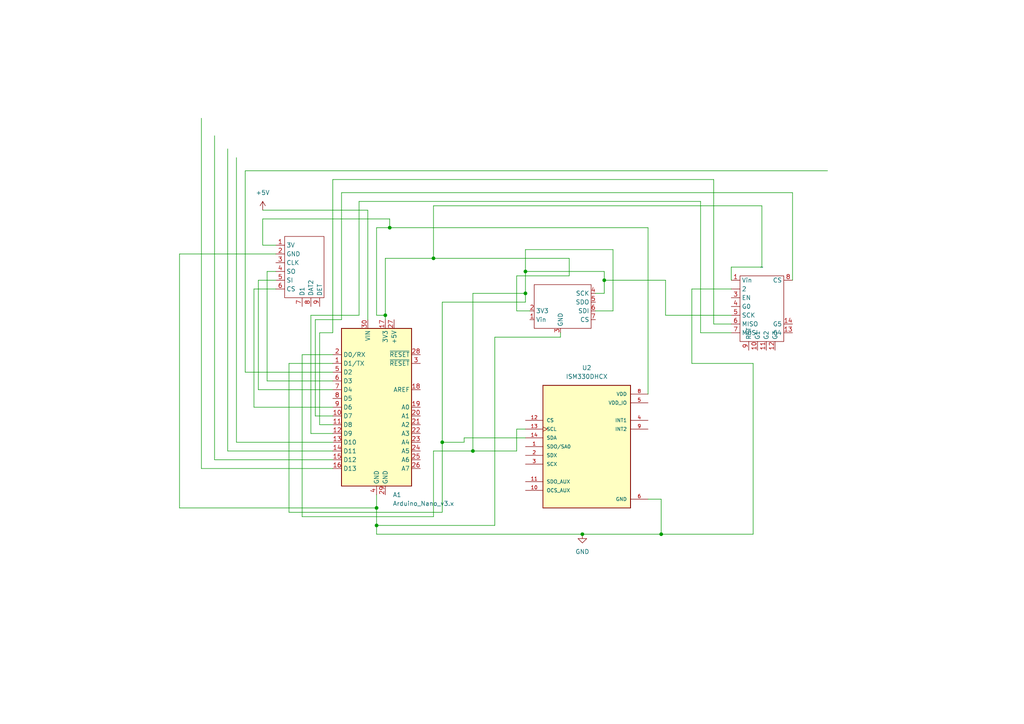
<source format=kicad_sch>
(kicad_sch
	(version 20250114)
	(generator "eeschema")
	(generator_version "9.0")
	(uuid "6e386f3a-e716-457a-9104-7285d3f08309")
	(paper "A4")
	(lib_symbols
		(symbol "Avionics:DPS310"
			(exclude_from_sim no)
			(in_bom yes)
			(on_board yes)
			(property "Reference" "U"
				(at -3.81 -3.81 0)
				(effects
					(font
						(size 1.27 1.27)
					)
					(hide yes)
				)
			)
			(property "Value" ""
				(at 0 0 0)
				(effects
					(font
						(size 1.27 1.27)
					)
				)
			)
			(property "Footprint" ""
				(at 0 0 0)
				(effects
					(font
						(size 1.27 1.27)
					)
					(hide yes)
				)
			)
			(property "Datasheet" ""
				(at 0 0 0)
				(effects
					(font
						(size 1.27 1.27)
					)
					(hide yes)
				)
			)
			(property "Description" ""
				(at 0 0 0)
				(effects
					(font
						(size 1.27 1.27)
					)
					(hide yes)
				)
			)
			(symbol "DPS310_0_1"
				(rectangle
					(start -7.62 6.35)
					(end 8.89 -6.35)
					(stroke
						(width 0)
						(type default)
					)
					(fill
						(type none)
					)
				)
			)
			(symbol "DPS310_1_1"
				(pin input line
					(at -8.89 -1.27 0)
					(length 1.27)
					(name "3V3"
						(effects
							(font
								(size 1.27 1.27)
							)
						)
					)
					(number "2"
						(effects
							(font
								(size 1.27 1.27)
							)
						)
					)
				)
				(pin input line
					(at -8.89 -3.81 0)
					(length 1.27)
					(name "Vin"
						(effects
							(font
								(size 1.27 1.27)
							)
						)
					)
					(number "1"
						(effects
							(font
								(size 1.27 1.27)
							)
						)
					)
				)
				(pin input line
					(at 0 -7.62 90)
					(length 1.27)
					(name "GND"
						(effects
							(font
								(size 1.27 1.27)
							)
						)
					)
					(number "3"
						(effects
							(font
								(size 1.27 1.27)
							)
						)
					)
				)
				(pin input line
					(at 10.16 3.81 180)
					(length 1.27)
					(name "SCK"
						(effects
							(font
								(size 1.27 1.27)
							)
						)
					)
					(number "4"
						(effects
							(font
								(size 1.27 1.27)
							)
						)
					)
				)
				(pin input line
					(at 10.16 1.27 180)
					(length 1.27)
					(name "SDO"
						(effects
							(font
								(size 1.27 1.27)
							)
						)
					)
					(number "5"
						(effects
							(font
								(size 1.27 1.27)
							)
						)
					)
				)
				(pin input line
					(at 10.16 -1.27 180)
					(length 1.27)
					(name "SDI"
						(effects
							(font
								(size 1.27 1.27)
							)
						)
					)
					(number "6"
						(effects
							(font
								(size 1.27 1.27)
							)
						)
					)
				)
				(pin input line
					(at 10.16 -3.81 180)
					(length 1.27)
					(name "CS"
						(effects
							(font
								(size 1.27 1.27)
							)
						)
					)
					(number "7"
						(effects
							(font
								(size 1.27 1.27)
							)
						)
					)
				)
			)
			(embedded_fonts no)
		)
		(symbol "Avionics:MicroSD"
			(exclude_from_sim no)
			(in_bom yes)
			(on_board yes)
			(property "Reference" "U"
				(at 0 1.27 0)
				(effects
					(font
						(size 1.27 1.27)
					)
					(hide yes)
				)
			)
			(property "Value" ""
				(at 0 0 0)
				(effects
					(font
						(size 1.27 1.27)
					)
				)
			)
			(property "Footprint" ""
				(at 0 0 0)
				(effects
					(font
						(size 1.27 1.27)
					)
					(hide yes)
				)
			)
			(property "Datasheet" ""
				(at 0 0 0)
				(effects
					(font
						(size 1.27 1.27)
					)
					(hide yes)
				)
			)
			(property "Description" ""
				(at 0 0 0)
				(effects
					(font
						(size 1.27 1.27)
					)
					(hide yes)
				)
			)
			(symbol "MicroSD_0_1"
				(rectangle
					(start -2.54 11.43)
					(end 8.89 -6.35)
					(stroke
						(width 0)
						(type default)
					)
					(fill
						(type none)
					)
				)
			)
			(symbol "MicroSD_1_1"
				(pin input line
					(at -5.08 8.89 0)
					(length 2.54)
					(name "3V"
						(effects
							(font
								(size 1.27 1.27)
							)
						)
					)
					(number "1"
						(effects
							(font
								(size 1.27 1.27)
							)
						)
					)
				)
				(pin input line
					(at -5.08 6.35 0)
					(length 2.54)
					(name "GND"
						(effects
							(font
								(size 1.27 1.27)
							)
						)
					)
					(number "2"
						(effects
							(font
								(size 1.27 1.27)
							)
						)
					)
				)
				(pin input line
					(at -5.08 3.81 0)
					(length 2.54)
					(name "CLK"
						(effects
							(font
								(size 1.27 1.27)
							)
						)
					)
					(number "3"
						(effects
							(font
								(size 1.27 1.27)
							)
						)
					)
				)
				(pin input line
					(at -5.08 1.27 0)
					(length 2.54)
					(name "SO"
						(effects
							(font
								(size 1.27 1.27)
							)
						)
					)
					(number "4"
						(effects
							(font
								(size 1.27 1.27)
							)
						)
					)
				)
				(pin input line
					(at -5.08 -1.27 0)
					(length 2.54)
					(name "SI"
						(effects
							(font
								(size 1.27 1.27)
							)
						)
					)
					(number "5"
						(effects
							(font
								(size 1.27 1.27)
							)
						)
					)
				)
				(pin input line
					(at -5.08 -3.81 0)
					(length 2.54)
					(name "CS"
						(effects
							(font
								(size 1.27 1.27)
							)
						)
					)
					(number "6"
						(effects
							(font
								(size 1.27 1.27)
							)
						)
					)
				)
				(pin unspecified line
					(at 2.54 -8.89 90)
					(length 2.54)
					(name "D1"
						(effects
							(font
								(size 1.27 1.27)
							)
						)
					)
					(number "7"
						(effects
							(font
								(size 1.27 1.27)
							)
						)
					)
				)
				(pin unspecified line
					(at 5.08 -8.89 90)
					(length 2.54)
					(name "DAT2"
						(effects
							(font
								(size 1.27 1.27)
							)
						)
					)
					(number "8"
						(effects
							(font
								(size 1.27 1.27)
							)
						)
					)
				)
				(pin unspecified line
					(at 7.62 -8.89 90)
					(length 2.54)
					(name "DET"
						(effects
							(font
								(size 1.27 1.27)
							)
						)
					)
					(number "9"
						(effects
							(font
								(size 1.27 1.27)
							)
						)
					)
				)
			)
			(embedded_fonts no)
		)
		(symbol "Avionics:RFM69HCW_Adafruit"
			(exclude_from_sim no)
			(in_bom yes)
			(on_board yes)
			(property "Reference" "U"
				(at -2.54 5.08 0)
				(effects
					(font
						(size 1.27 1.27)
					)
					(hide yes)
				)
			)
			(property "Value" ""
				(at 0 0 0)
				(effects
					(font
						(size 1.27 1.27)
					)
				)
			)
			(property "Footprint" ""
				(at 0 0 0)
				(effects
					(font
						(size 1.27 1.27)
					)
					(hide yes)
				)
			)
			(property "Datasheet" ""
				(at 0 0 0)
				(effects
					(font
						(size 1.27 1.27)
					)
					(hide yes)
				)
			)
			(property "Description" ""
				(at 0 0 0)
				(effects
					(font
						(size 1.27 1.27)
					)
					(hide yes)
				)
			)
			(symbol "RFM69HCW_Adafruit_0_1"
				(rectangle
					(start -6.35 10.16)
					(end 6.35 -8.89)
					(stroke
						(width 0)
						(type default)
					)
					(fill
						(type none)
					)
				)
			)
			(symbol "RFM69HCW_Adafruit_1_1"
				(pin input line
					(at -8.89 8.89 0)
					(length 2.54)
					(name "Vin"
						(effects
							(font
								(size 1.27 1.27)
							)
						)
					)
					(number "1"
						(effects
							(font
								(size 1.27 1.27)
							)
						)
					)
				)
				(pin output line
					(at -8.89 6.35 0)
					(length 2.54)
					(name "2"
						(effects
							(font
								(size 1.27 1.27)
							)
						)
					)
					(number ""
						(effects
							(font
								(size 1.27 1.27)
							)
						)
					)
				)
				(pin bidirectional line
					(at -8.89 3.81 0)
					(length 2.54)
					(name "EN"
						(effects
							(font
								(size 1.27 1.27)
							)
						)
					)
					(number "3"
						(effects
							(font
								(size 1.27 1.27)
							)
						)
					)
				)
				(pin input line
					(at -8.89 1.27 0)
					(length 2.54)
					(name "G0"
						(effects
							(font
								(size 1.27 1.27)
							)
						)
					)
					(number "4"
						(effects
							(font
								(size 1.27 1.27)
							)
						)
					)
				)
				(pin input line
					(at -8.89 -1.27 0)
					(length 2.54)
					(name "SCK"
						(effects
							(font
								(size 1.27 1.27)
							)
						)
					)
					(number "5"
						(effects
							(font
								(size 1.27 1.27)
							)
						)
					)
				)
				(pin input line
					(at -8.89 -3.81 0)
					(length 2.54)
					(name "MISO"
						(effects
							(font
								(size 1.27 1.27)
							)
						)
					)
					(number "6"
						(effects
							(font
								(size 1.27 1.27)
							)
						)
					)
				)
				(pin input line
					(at -8.89 -6.35 0)
					(length 2.54)
					(name "MOSI"
						(effects
							(font
								(size 1.27 1.27)
							)
						)
					)
					(number "7"
						(effects
							(font
								(size 1.27 1.27)
							)
						)
					)
				)
				(pin input line
					(at -3.81 -11.43 90)
					(length 2.54)
					(name "RST"
						(effects
							(font
								(size 1.27 1.27)
							)
						)
					)
					(number "9"
						(effects
							(font
								(size 1.27 1.27)
							)
						)
					)
				)
				(pin input line
					(at -1.27 -11.43 90)
					(length 2.54)
					(name "G1"
						(effects
							(font
								(size 1.27 1.27)
							)
						)
					)
					(number "10"
						(effects
							(font
								(size 1.27 1.27)
							)
						)
					)
				)
				(pin input line
					(at 1.27 -11.43 90)
					(length 2.54)
					(name "G2"
						(effects
							(font
								(size 1.27 1.27)
							)
						)
					)
					(number "11"
						(effects
							(font
								(size 1.27 1.27)
							)
						)
					)
				)
				(pin input line
					(at 3.81 -11.43 90)
					(length 2.54)
					(name "G3"
						(effects
							(font
								(size 1.27 1.27)
							)
						)
					)
					(number "12"
						(effects
							(font
								(size 1.27 1.27)
							)
						)
					)
				)
				(pin input line
					(at 8.89 8.89 180)
					(length 2.54)
					(name "CS"
						(effects
							(font
								(size 1.27 1.27)
							)
						)
					)
					(number "8"
						(effects
							(font
								(size 1.27 1.27)
							)
						)
					)
				)
				(pin input line
					(at 8.89 -3.81 180)
					(length 2.54)
					(name "G5"
						(effects
							(font
								(size 1.27 1.27)
							)
						)
					)
					(number "14"
						(effects
							(font
								(size 1.27 1.27)
							)
						)
					)
				)
				(pin input line
					(at 8.89 -6.35 180)
					(length 2.54)
					(name "G4"
						(effects
							(font
								(size 1.27 1.27)
							)
						)
					)
					(number "13"
						(effects
							(font
								(size 1.27 1.27)
							)
						)
					)
				)
			)
			(embedded_fonts no)
		)
		(symbol "ISM330DHCX:ISM330DHCX"
			(pin_names
				(offset 1.016)
			)
			(exclude_from_sim no)
			(in_bom yes)
			(on_board yes)
			(property "Reference" "U"
				(at -12.7 17.78 0)
				(effects
					(font
						(size 1.27 1.27)
					)
					(justify left bottom)
				)
			)
			(property "Value" "ISM330DHCX"
				(at -12.7 -20.32 0)
				(effects
					(font
						(size 1.27 1.27)
					)
					(justify left bottom)
				)
			)
			(property "Footprint" "ISM330DHCX:PQFN50P250X300X86-14N"
				(at 0 0 0)
				(effects
					(font
						(size 1.27 1.27)
					)
					(justify bottom)
					(hide yes)
				)
			)
			(property "Datasheet" ""
				(at 0 0 0)
				(effects
					(font
						(size 1.27 1.27)
					)
					(hide yes)
				)
			)
			(property "Description" ""
				(at 0 0 0)
				(effects
					(font
						(size 1.27 1.27)
					)
					(hide yes)
				)
			)
			(property "MF" "STMicroelectronics"
				(at 0 0 0)
				(effects
					(font
						(size 1.27 1.27)
					)
					(justify bottom)
					(hide yes)
				)
			)
			(property "MAXIMUM_PACKAGE_HEIGHT" "0.86 mm"
				(at 0 0 0)
				(effects
					(font
						(size 1.27 1.27)
					)
					(justify bottom)
					(hide yes)
				)
			)
			(property "Package" "VFLGA-14 STMicroelectronics"
				(at 0 0 0)
				(effects
					(font
						(size 1.27 1.27)
					)
					(justify bottom)
					(hide yes)
				)
			)
			(property "Price" "None"
				(at 0 0 0)
				(effects
					(font
						(size 1.27 1.27)
					)
					(justify bottom)
					(hide yes)
				)
			)
			(property "Check_prices" "https://www.snapeda.com/parts/ISM330DHCX/STMicroelectronics/view-part/?ref=eda"
				(at 0 0 0)
				(effects
					(font
						(size 1.27 1.27)
					)
					(justify bottom)
					(hide yes)
				)
			)
			(property "STANDARD" "IPC 7351B"
				(at 0 0 0)
				(effects
					(font
						(size 1.27 1.27)
					)
					(justify bottom)
					(hide yes)
				)
			)
			(property "PARTREV" "7"
				(at 0 0 0)
				(effects
					(font
						(size 1.27 1.27)
					)
					(justify bottom)
					(hide yes)
				)
			)
			(property "SnapEDA_Link" "https://www.snapeda.com/parts/ISM330DHCX/STMicroelectronics/view-part/?ref=snap"
				(at 0 0 0)
				(effects
					(font
						(size 1.27 1.27)
					)
					(justify bottom)
					(hide yes)
				)
			)
			(property "MP" "ISM330DHCX"
				(at 0 0 0)
				(effects
					(font
						(size 1.27 1.27)
					)
					(justify bottom)
					(hide yes)
				)
			)
			(property "Description_1" "Accelerometer, Gyroscope, Temperature, 6 Axis Sensor I²C, SPI Output"
				(at 0 0 0)
				(effects
					(font
						(size 1.27 1.27)
					)
					(justify bottom)
					(hide yes)
				)
			)
			(property "Availability" "Not in stock"
				(at 0 0 0)
				(effects
					(font
						(size 1.27 1.27)
					)
					(justify bottom)
					(hide yes)
				)
			)
			(property "MANUFACTURER" "ST Microelectronics"
				(at 0 0 0)
				(effects
					(font
						(size 1.27 1.27)
					)
					(justify bottom)
					(hide yes)
				)
			)
			(symbol "ISM330DHCX_0_0"
				(rectangle
					(start -12.7 -17.78)
					(end 12.7 17.78)
					(stroke
						(width 0.254)
						(type default)
					)
					(fill
						(type background)
					)
				)
				(pin input line
					(at -17.78 7.62 0)
					(length 5.08)
					(name "CS"
						(effects
							(font
								(size 1.016 1.016)
							)
						)
					)
					(number "12"
						(effects
							(font
								(size 1.016 1.016)
							)
						)
					)
				)
				(pin input clock
					(at -17.78 5.08 0)
					(length 5.08)
					(name "SCL"
						(effects
							(font
								(size 1.016 1.016)
							)
						)
					)
					(number "13"
						(effects
							(font
								(size 1.016 1.016)
							)
						)
					)
				)
				(pin bidirectional line
					(at -17.78 2.54 0)
					(length 5.08)
					(name "SDA"
						(effects
							(font
								(size 1.016 1.016)
							)
						)
					)
					(number "14"
						(effects
							(font
								(size 1.016 1.016)
							)
						)
					)
				)
				(pin bidirectional line
					(at -17.78 0 0)
					(length 5.08)
					(name "SDO/SA0"
						(effects
							(font
								(size 1.016 1.016)
							)
						)
					)
					(number "1"
						(effects
							(font
								(size 1.016 1.016)
							)
						)
					)
				)
				(pin bidirectional line
					(at -17.78 -2.54 0)
					(length 5.08)
					(name "SDX"
						(effects
							(font
								(size 1.016 1.016)
							)
						)
					)
					(number "2"
						(effects
							(font
								(size 1.016 1.016)
							)
						)
					)
				)
				(pin bidirectional line
					(at -17.78 -5.08 0)
					(length 5.08)
					(name "SCX"
						(effects
							(font
								(size 1.016 1.016)
							)
						)
					)
					(number "3"
						(effects
							(font
								(size 1.016 1.016)
							)
						)
					)
				)
				(pin bidirectional line
					(at -17.78 -10.16 0)
					(length 5.08)
					(name "SDO_AUX"
						(effects
							(font
								(size 1.016 1.016)
							)
						)
					)
					(number "11"
						(effects
							(font
								(size 1.016 1.016)
							)
						)
					)
				)
				(pin bidirectional line
					(at -17.78 -12.7 0)
					(length 5.08)
					(name "OCS_AUX"
						(effects
							(font
								(size 1.016 1.016)
							)
						)
					)
					(number "10"
						(effects
							(font
								(size 1.016 1.016)
							)
						)
					)
				)
				(pin power_in line
					(at 17.78 15.24 180)
					(length 5.08)
					(name "VDD"
						(effects
							(font
								(size 1.016 1.016)
							)
						)
					)
					(number "8"
						(effects
							(font
								(size 1.016 1.016)
							)
						)
					)
				)
				(pin power_in line
					(at 17.78 12.7 180)
					(length 5.08)
					(name "VDD_IO"
						(effects
							(font
								(size 1.016 1.016)
							)
						)
					)
					(number "5"
						(effects
							(font
								(size 1.016 1.016)
							)
						)
					)
				)
				(pin output line
					(at 17.78 7.62 180)
					(length 5.08)
					(name "INT1"
						(effects
							(font
								(size 1.016 1.016)
							)
						)
					)
					(number "4"
						(effects
							(font
								(size 1.016 1.016)
							)
						)
					)
				)
				(pin output line
					(at 17.78 5.08 180)
					(length 5.08)
					(name "INT2"
						(effects
							(font
								(size 1.016 1.016)
							)
						)
					)
					(number "9"
						(effects
							(font
								(size 1.016 1.016)
							)
						)
					)
				)
				(pin power_in line
					(at 17.78 -15.24 180)
					(length 5.08)
					(name "GND"
						(effects
							(font
								(size 1.016 1.016)
							)
						)
					)
					(number "6"
						(effects
							(font
								(size 1.016 1.016)
							)
						)
					)
				)
				(pin power_in line
					(at 17.78 -15.24 180)
					(length 5.08)
					(hide yes)
					(name "GND"
						(effects
							(font
								(size 1.016 1.016)
							)
						)
					)
					(number "7"
						(effects
							(font
								(size 1.016 1.016)
							)
						)
					)
				)
			)
			(embedded_fonts no)
		)
		(symbol "MCU_Module:Arduino_Nano_v3.x"
			(exclude_from_sim no)
			(in_bom yes)
			(on_board yes)
			(property "Reference" "A"
				(at -10.16 23.495 0)
				(effects
					(font
						(size 1.27 1.27)
					)
					(justify left bottom)
				)
			)
			(property "Value" "Arduino_Nano_v3.x"
				(at 5.08 -24.13 0)
				(effects
					(font
						(size 1.27 1.27)
					)
					(justify left top)
				)
			)
			(property "Footprint" "Module:Arduino_Nano"
				(at 0 0 0)
				(effects
					(font
						(size 1.27 1.27)
						(italic yes)
					)
					(hide yes)
				)
			)
			(property "Datasheet" "http://www.mouser.com/pdfdocs/Gravitech_Arduino_Nano3_0.pdf"
				(at 0 0 0)
				(effects
					(font
						(size 1.27 1.27)
					)
					(hide yes)
				)
			)
			(property "Description" "Arduino Nano v3.x"
				(at 0 0 0)
				(effects
					(font
						(size 1.27 1.27)
					)
					(hide yes)
				)
			)
			(property "ki_keywords" "Arduino nano microcontroller module USB"
				(at 0 0 0)
				(effects
					(font
						(size 1.27 1.27)
					)
					(hide yes)
				)
			)
			(property "ki_fp_filters" "Arduino*Nano*"
				(at 0 0 0)
				(effects
					(font
						(size 1.27 1.27)
					)
					(hide yes)
				)
			)
			(symbol "Arduino_Nano_v3.x_0_1"
				(rectangle
					(start -10.16 22.86)
					(end 10.16 -22.86)
					(stroke
						(width 0.254)
						(type default)
					)
					(fill
						(type background)
					)
				)
			)
			(symbol "Arduino_Nano_v3.x_1_1"
				(pin bidirectional line
					(at -12.7 15.24 0)
					(length 2.54)
					(name "D0/RX"
						(effects
							(font
								(size 1.27 1.27)
							)
						)
					)
					(number "2"
						(effects
							(font
								(size 1.27 1.27)
							)
						)
					)
				)
				(pin bidirectional line
					(at -12.7 12.7 0)
					(length 2.54)
					(name "D1/TX"
						(effects
							(font
								(size 1.27 1.27)
							)
						)
					)
					(number "1"
						(effects
							(font
								(size 1.27 1.27)
							)
						)
					)
				)
				(pin bidirectional line
					(at -12.7 10.16 0)
					(length 2.54)
					(name "D2"
						(effects
							(font
								(size 1.27 1.27)
							)
						)
					)
					(number "5"
						(effects
							(font
								(size 1.27 1.27)
							)
						)
					)
				)
				(pin bidirectional line
					(at -12.7 7.62 0)
					(length 2.54)
					(name "D3"
						(effects
							(font
								(size 1.27 1.27)
							)
						)
					)
					(number "6"
						(effects
							(font
								(size 1.27 1.27)
							)
						)
					)
				)
				(pin bidirectional line
					(at -12.7 5.08 0)
					(length 2.54)
					(name "D4"
						(effects
							(font
								(size 1.27 1.27)
							)
						)
					)
					(number "7"
						(effects
							(font
								(size 1.27 1.27)
							)
						)
					)
				)
				(pin bidirectional line
					(at -12.7 2.54 0)
					(length 2.54)
					(name "D5"
						(effects
							(font
								(size 1.27 1.27)
							)
						)
					)
					(number "8"
						(effects
							(font
								(size 1.27 1.27)
							)
						)
					)
				)
				(pin bidirectional line
					(at -12.7 0 0)
					(length 2.54)
					(name "D6"
						(effects
							(font
								(size 1.27 1.27)
							)
						)
					)
					(number "9"
						(effects
							(font
								(size 1.27 1.27)
							)
						)
					)
				)
				(pin bidirectional line
					(at -12.7 -2.54 0)
					(length 2.54)
					(name "D7"
						(effects
							(font
								(size 1.27 1.27)
							)
						)
					)
					(number "10"
						(effects
							(font
								(size 1.27 1.27)
							)
						)
					)
				)
				(pin bidirectional line
					(at -12.7 -5.08 0)
					(length 2.54)
					(name "D8"
						(effects
							(font
								(size 1.27 1.27)
							)
						)
					)
					(number "11"
						(effects
							(font
								(size 1.27 1.27)
							)
						)
					)
				)
				(pin bidirectional line
					(at -12.7 -7.62 0)
					(length 2.54)
					(name "D9"
						(effects
							(font
								(size 1.27 1.27)
							)
						)
					)
					(number "12"
						(effects
							(font
								(size 1.27 1.27)
							)
						)
					)
				)
				(pin bidirectional line
					(at -12.7 -10.16 0)
					(length 2.54)
					(name "D10"
						(effects
							(font
								(size 1.27 1.27)
							)
						)
					)
					(number "13"
						(effects
							(font
								(size 1.27 1.27)
							)
						)
					)
				)
				(pin bidirectional line
					(at -12.7 -12.7 0)
					(length 2.54)
					(name "D11"
						(effects
							(font
								(size 1.27 1.27)
							)
						)
					)
					(number "14"
						(effects
							(font
								(size 1.27 1.27)
							)
						)
					)
				)
				(pin bidirectional line
					(at -12.7 -15.24 0)
					(length 2.54)
					(name "D12"
						(effects
							(font
								(size 1.27 1.27)
							)
						)
					)
					(number "15"
						(effects
							(font
								(size 1.27 1.27)
							)
						)
					)
				)
				(pin bidirectional line
					(at -12.7 -17.78 0)
					(length 2.54)
					(name "D13"
						(effects
							(font
								(size 1.27 1.27)
							)
						)
					)
					(number "16"
						(effects
							(font
								(size 1.27 1.27)
							)
						)
					)
				)
				(pin power_in line
					(at -2.54 25.4 270)
					(length 2.54)
					(name "VIN"
						(effects
							(font
								(size 1.27 1.27)
							)
						)
					)
					(number "30"
						(effects
							(font
								(size 1.27 1.27)
							)
						)
					)
				)
				(pin power_in line
					(at 0 -25.4 90)
					(length 2.54)
					(name "GND"
						(effects
							(font
								(size 1.27 1.27)
							)
						)
					)
					(number "4"
						(effects
							(font
								(size 1.27 1.27)
							)
						)
					)
				)
				(pin power_out line
					(at 2.54 25.4 270)
					(length 2.54)
					(name "3V3"
						(effects
							(font
								(size 1.27 1.27)
							)
						)
					)
					(number "17"
						(effects
							(font
								(size 1.27 1.27)
							)
						)
					)
				)
				(pin power_in line
					(at 2.54 -25.4 90)
					(length 2.54)
					(name "GND"
						(effects
							(font
								(size 1.27 1.27)
							)
						)
					)
					(number "29"
						(effects
							(font
								(size 1.27 1.27)
							)
						)
					)
				)
				(pin power_out line
					(at 5.08 25.4 270)
					(length 2.54)
					(name "+5V"
						(effects
							(font
								(size 1.27 1.27)
							)
						)
					)
					(number "27"
						(effects
							(font
								(size 1.27 1.27)
							)
						)
					)
				)
				(pin input line
					(at 12.7 15.24 180)
					(length 2.54)
					(name "~{RESET}"
						(effects
							(font
								(size 1.27 1.27)
							)
						)
					)
					(number "28"
						(effects
							(font
								(size 1.27 1.27)
							)
						)
					)
				)
				(pin input line
					(at 12.7 12.7 180)
					(length 2.54)
					(name "~{RESET}"
						(effects
							(font
								(size 1.27 1.27)
							)
						)
					)
					(number "3"
						(effects
							(font
								(size 1.27 1.27)
							)
						)
					)
				)
				(pin input line
					(at 12.7 5.08 180)
					(length 2.54)
					(name "AREF"
						(effects
							(font
								(size 1.27 1.27)
							)
						)
					)
					(number "18"
						(effects
							(font
								(size 1.27 1.27)
							)
						)
					)
				)
				(pin bidirectional line
					(at 12.7 0 180)
					(length 2.54)
					(name "A0"
						(effects
							(font
								(size 1.27 1.27)
							)
						)
					)
					(number "19"
						(effects
							(font
								(size 1.27 1.27)
							)
						)
					)
				)
				(pin bidirectional line
					(at 12.7 -2.54 180)
					(length 2.54)
					(name "A1"
						(effects
							(font
								(size 1.27 1.27)
							)
						)
					)
					(number "20"
						(effects
							(font
								(size 1.27 1.27)
							)
						)
					)
				)
				(pin bidirectional line
					(at 12.7 -5.08 180)
					(length 2.54)
					(name "A2"
						(effects
							(font
								(size 1.27 1.27)
							)
						)
					)
					(number "21"
						(effects
							(font
								(size 1.27 1.27)
							)
						)
					)
				)
				(pin bidirectional line
					(at 12.7 -7.62 180)
					(length 2.54)
					(name "A3"
						(effects
							(font
								(size 1.27 1.27)
							)
						)
					)
					(number "22"
						(effects
							(font
								(size 1.27 1.27)
							)
						)
					)
				)
				(pin bidirectional line
					(at 12.7 -10.16 180)
					(length 2.54)
					(name "A4"
						(effects
							(font
								(size 1.27 1.27)
							)
						)
					)
					(number "23"
						(effects
							(font
								(size 1.27 1.27)
							)
						)
					)
				)
				(pin bidirectional line
					(at 12.7 -12.7 180)
					(length 2.54)
					(name "A5"
						(effects
							(font
								(size 1.27 1.27)
							)
						)
					)
					(number "24"
						(effects
							(font
								(size 1.27 1.27)
							)
						)
					)
				)
				(pin bidirectional line
					(at 12.7 -15.24 180)
					(length 2.54)
					(name "A6"
						(effects
							(font
								(size 1.27 1.27)
							)
						)
					)
					(number "25"
						(effects
							(font
								(size 1.27 1.27)
							)
						)
					)
				)
				(pin bidirectional line
					(at 12.7 -17.78 180)
					(length 2.54)
					(name "A7"
						(effects
							(font
								(size 1.27 1.27)
							)
						)
					)
					(number "26"
						(effects
							(font
								(size 1.27 1.27)
							)
						)
					)
				)
			)
			(embedded_fonts no)
		)
		(symbol "power:+5V"
			(power)
			(pin_numbers
				(hide yes)
			)
			(pin_names
				(offset 0)
				(hide yes)
			)
			(exclude_from_sim no)
			(in_bom yes)
			(on_board yes)
			(property "Reference" "#PWR"
				(at 0 -3.81 0)
				(effects
					(font
						(size 1.27 1.27)
					)
					(hide yes)
				)
			)
			(property "Value" "+5V"
				(at 0 3.556 0)
				(effects
					(font
						(size 1.27 1.27)
					)
				)
			)
			(property "Footprint" ""
				(at 0 0 0)
				(effects
					(font
						(size 1.27 1.27)
					)
					(hide yes)
				)
			)
			(property "Datasheet" ""
				(at 0 0 0)
				(effects
					(font
						(size 1.27 1.27)
					)
					(hide yes)
				)
			)
			(property "Description" "Power symbol creates a global label with name \"+5V\""
				(at 0 0 0)
				(effects
					(font
						(size 1.27 1.27)
					)
					(hide yes)
				)
			)
			(property "ki_keywords" "global power"
				(at 0 0 0)
				(effects
					(font
						(size 1.27 1.27)
					)
					(hide yes)
				)
			)
			(symbol "+5V_0_1"
				(polyline
					(pts
						(xy -0.762 1.27) (xy 0 2.54)
					)
					(stroke
						(width 0)
						(type default)
					)
					(fill
						(type none)
					)
				)
				(polyline
					(pts
						(xy 0 2.54) (xy 0.762 1.27)
					)
					(stroke
						(width 0)
						(type default)
					)
					(fill
						(type none)
					)
				)
				(polyline
					(pts
						(xy 0 0) (xy 0 2.54)
					)
					(stroke
						(width 0)
						(type default)
					)
					(fill
						(type none)
					)
				)
			)
			(symbol "+5V_1_1"
				(pin power_in line
					(at 0 0 90)
					(length 0)
					(name "~"
						(effects
							(font
								(size 1.27 1.27)
							)
						)
					)
					(number "1"
						(effects
							(font
								(size 1.27 1.27)
							)
						)
					)
				)
			)
			(embedded_fonts no)
		)
		(symbol "power:GND"
			(power)
			(pin_numbers
				(hide yes)
			)
			(pin_names
				(offset 0)
				(hide yes)
			)
			(exclude_from_sim no)
			(in_bom yes)
			(on_board yes)
			(property "Reference" "#PWR"
				(at 0 -6.35 0)
				(effects
					(font
						(size 1.27 1.27)
					)
					(hide yes)
				)
			)
			(property "Value" "GND"
				(at 0 -3.81 0)
				(effects
					(font
						(size 1.27 1.27)
					)
				)
			)
			(property "Footprint" ""
				(at 0 0 0)
				(effects
					(font
						(size 1.27 1.27)
					)
					(hide yes)
				)
			)
			(property "Datasheet" ""
				(at 0 0 0)
				(effects
					(font
						(size 1.27 1.27)
					)
					(hide yes)
				)
			)
			(property "Description" "Power symbol creates a global label with name \"GND\" , ground"
				(at 0 0 0)
				(effects
					(font
						(size 1.27 1.27)
					)
					(hide yes)
				)
			)
			(property "ki_keywords" "global power"
				(at 0 0 0)
				(effects
					(font
						(size 1.27 1.27)
					)
					(hide yes)
				)
			)
			(symbol "GND_0_1"
				(polyline
					(pts
						(xy 0 0) (xy 0 -1.27) (xy 1.27 -1.27) (xy 0 -2.54) (xy -1.27 -1.27) (xy 0 -1.27)
					)
					(stroke
						(width 0)
						(type default)
					)
					(fill
						(type none)
					)
				)
			)
			(symbol "GND_1_1"
				(pin power_in line
					(at 0 0 270)
					(length 0)
					(name "~"
						(effects
							(font
								(size 1.27 1.27)
							)
						)
					)
					(number "1"
						(effects
							(font
								(size 1.27 1.27)
							)
						)
					)
				)
			)
			(embedded_fonts no)
		)
	)
	(junction
		(at 111.76 91.44)
		(diameter 0)
		(color 0 0 0 0)
		(uuid "09f146ad-121e-44c1-9cc4-5bbe85e2cbba")
	)
	(junction
		(at 113.03 66.04)
		(diameter 0)
		(color 0 0 0 0)
		(uuid "1ef3e974-266c-4b19-acbc-d21658b9ec03")
	)
	(junction
		(at 109.22 147.32)
		(diameter 0)
		(color 0 0 0 0)
		(uuid "2f169722-1e94-4860-a933-2a554ca58df6")
	)
	(junction
		(at 109.22 152.4)
		(diameter 0)
		(color 0 0 0 0)
		(uuid "4508ace0-ab8e-4a67-b09d-a62a09e7139a")
	)
	(junction
		(at 175.26 81.28)
		(diameter 0)
		(color 0 0 0 0)
		(uuid "465a4a62-c092-4328-8702-7f62b46f4a10")
	)
	(junction
		(at 137.16 130.81)
		(diameter 0)
		(color 0 0 0 0)
		(uuid "4a91860e-d0dd-42b7-b48a-f5ca505f40e1")
	)
	(junction
		(at 191.77 154.94)
		(diameter 0)
		(color 0 0 0 0)
		(uuid "6397d960-bfc2-4c07-bf2b-00e2c8564d9d")
	)
	(junction
		(at 152.4 85.09)
		(diameter 0)
		(color 0 0 0 0)
		(uuid "a0781ced-cedc-4a3c-8b19-50f30222e1a5")
	)
	(junction
		(at 128.27 128.27)
		(diameter 0)
		(color 0 0 0 0)
		(uuid "a829cf4c-eee7-40c5-8dd8-67fa4bb18573")
	)
	(junction
		(at 125.73 74.93)
		(diameter 0)
		(color 0 0 0 0)
		(uuid "e9c65ad7-5abc-482f-ae80-111a892d954a")
	)
	(junction
		(at 168.91 154.94)
		(diameter 0)
		(color 0 0 0 0)
		(uuid "f8b36574-5efa-4607-8872-123a8a8a9a57")
	)
	(junction
		(at 152.4 78.74)
		(diameter 0)
		(color 0 0 0 0)
		(uuid "fcb481f6-8a47-4d76-a691-c2aab270edb8")
	)
	(wire
		(pts
			(xy 113.03 66.04) (xy 109.22 66.04)
		)
		(stroke
			(width 0)
			(type default)
		)
		(uuid "013bf745-4128-4373-ad0a-b65195abd93f")
	)
	(wire
		(pts
			(xy 71.12 49.53) (xy 71.12 107.95)
		)
		(stroke
			(width 0)
			(type default)
		)
		(uuid "021b1bb5-4342-4551-9dcb-58924be7a832")
	)
	(wire
		(pts
			(xy 80.01 71.12) (xy 76.2 71.12)
		)
		(stroke
			(width 0)
			(type default)
		)
		(uuid "023523d4-56ee-4e30-a3b9-cf0c16533c44")
	)
	(wire
		(pts
			(xy 143.51 97.79) (xy 143.51 152.4)
		)
		(stroke
			(width 0)
			(type default)
		)
		(uuid "04a11143-125e-4d49-a32f-271964539eec")
	)
	(wire
		(pts
			(xy 203.2 58.42) (xy 104.14 58.42)
		)
		(stroke
			(width 0)
			(type default)
		)
		(uuid "06be10cf-7b7e-4d55-b35e-67235219c2fe")
	)
	(wire
		(pts
			(xy 128.27 87.63) (xy 128.27 128.27)
		)
		(stroke
			(width 0)
			(type default)
		)
		(uuid "0aca88fb-d9d9-489a-a578-a1ee158fcdd7")
	)
	(wire
		(pts
			(xy 187.96 66.04) (xy 113.03 66.04)
		)
		(stroke
			(width 0)
			(type default)
		)
		(uuid "0f8ebbcf-71b3-4e57-a303-6f190c25d096")
	)
	(wire
		(pts
			(xy 90.17 125.73) (xy 96.52 125.73)
		)
		(stroke
			(width 0)
			(type default)
		)
		(uuid "0f9be8ee-3bac-48d0-8e9e-69da38a469aa")
	)
	(wire
		(pts
			(xy 220.98 77.47) (xy 220.98 59.69)
		)
		(stroke
			(width 0)
			(type default)
		)
		(uuid "13bec8ec-ea04-4299-8525-5a08bbe85ecb")
	)
	(wire
		(pts
			(xy 125.73 149.86) (xy 87.63 149.86)
		)
		(stroke
			(width 0)
			(type default)
		)
		(uuid "186e8310-8be5-4b07-9af9-4a86424a66f2")
	)
	(wire
		(pts
			(xy 137.16 130.81) (xy 125.73 130.81)
		)
		(stroke
			(width 0)
			(type default)
		)
		(uuid "1abd0254-142b-4d02-a728-aa4374df0c57")
	)
	(wire
		(pts
			(xy 66.04 130.81) (xy 96.52 130.81)
		)
		(stroke
			(width 0)
			(type default)
		)
		(uuid "1e9cf77b-cb49-4c92-a60c-b37ced89feac")
	)
	(wire
		(pts
			(xy 71.12 107.95) (xy 96.52 107.95)
		)
		(stroke
			(width 0)
			(type default)
		)
		(uuid "20070a2c-22d8-4cfd-86fd-62e9433841ca")
	)
	(wire
		(pts
			(xy 193.04 91.44) (xy 193.04 81.28)
		)
		(stroke
			(width 0)
			(type default)
		)
		(uuid "2345ed14-0a19-48c6-8732-a780f41f95b0")
	)
	(wire
		(pts
			(xy 212.09 93.98) (xy 207.01 93.98)
		)
		(stroke
			(width 0)
			(type default)
		)
		(uuid "253af531-e0bb-4b54-9cfa-2064e3dd70d3")
	)
	(wire
		(pts
			(xy 111.76 74.93) (xy 111.76 91.44)
		)
		(stroke
			(width 0)
			(type default)
		)
		(uuid "2574b48c-6693-42cc-a4a1-c06747673629")
	)
	(wire
		(pts
			(xy 175.26 81.28) (xy 175.26 85.09)
		)
		(stroke
			(width 0)
			(type default)
		)
		(uuid "27fcc10a-d17e-4b4d-99a3-0c2a1490f060")
	)
	(wire
		(pts
			(xy 68.58 128.27) (xy 96.52 128.27)
		)
		(stroke
			(width 0)
			(type default)
		)
		(uuid "29a0a814-7eca-4df2-ae6a-422e8e3b811a")
	)
	(wire
		(pts
			(xy 152.4 72.39) (xy 152.4 78.74)
		)
		(stroke
			(width 0)
			(type default)
		)
		(uuid "2a2275dd-8549-4d8d-8226-70cb698ceef9")
	)
	(wire
		(pts
			(xy 73.66 118.11) (xy 96.52 118.11)
		)
		(stroke
			(width 0)
			(type default)
		)
		(uuid "2af489d5-bcf8-45c4-8372-87d34395986f")
	)
	(wire
		(pts
			(xy 99.06 92.71) (xy 91.44 92.71)
		)
		(stroke
			(width 0)
			(type default)
		)
		(uuid "2bc50c3e-2311-4600-9252-d773bccde47b")
	)
	(wire
		(pts
			(xy 90.17 91.44) (xy 90.17 125.73)
		)
		(stroke
			(width 0)
			(type default)
		)
		(uuid "2d655112-6c74-4122-b5eb-fca0a9756f2e")
	)
	(wire
		(pts
			(xy 152.4 72.39) (xy 177.8 72.39)
		)
		(stroke
			(width 0)
			(type default)
		)
		(uuid "2dd7b2b0-910e-48b1-8c13-6fcf5499a6ba")
	)
	(wire
		(pts
			(xy 134.62 128.27) (xy 128.27 128.27)
		)
		(stroke
			(width 0)
			(type default)
		)
		(uuid "369f9d8b-586b-4fcb-8537-356297bd8731")
	)
	(wire
		(pts
			(xy 74.93 113.03) (xy 96.52 113.03)
		)
		(stroke
			(width 0)
			(type default)
		)
		(uuid "3acdcfd8-64ba-4d7c-b9e4-f8b0f52b8ddc")
	)
	(wire
		(pts
			(xy 137.16 130.81) (xy 149.86 130.81)
		)
		(stroke
			(width 0)
			(type default)
		)
		(uuid "3b8bed65-e651-4e0c-b4e1-f900b0591bd8")
	)
	(wire
		(pts
			(xy 113.03 63.5) (xy 113.03 66.04)
		)
		(stroke
			(width 0)
			(type default)
		)
		(uuid "3dce0254-14a7-438d-82e5-36b7fc817d9e")
	)
	(wire
		(pts
			(xy 152.4 127) (xy 134.62 127)
		)
		(stroke
			(width 0)
			(type default)
		)
		(uuid "400af710-3206-4ccc-a4fa-01e6010fed24")
	)
	(wire
		(pts
			(xy 212.09 77.47) (xy 212.09 81.28)
		)
		(stroke
			(width 0)
			(type default)
		)
		(uuid "41366894-b463-4a54-8026-0f907eca2f31")
	)
	(wire
		(pts
			(xy 58.42 34.29) (xy 58.42 135.89)
		)
		(stroke
			(width 0)
			(type default)
		)
		(uuid "44d7fcc8-7e0d-4ebf-b217-6813fb421732")
	)
	(wire
		(pts
			(xy 80.01 83.82) (xy 73.66 83.82)
		)
		(stroke
			(width 0)
			(type default)
		)
		(uuid "44db7840-12a1-4a9f-a499-c99718135cd8")
	)
	(wire
		(pts
			(xy 80.01 73.66) (xy 52.07 73.66)
		)
		(stroke
			(width 0)
			(type default)
		)
		(uuid "4596abdd-f0a5-4707-8de7-2722f7bb105f")
	)
	(wire
		(pts
			(xy 191.77 154.94) (xy 218.44 154.94)
		)
		(stroke
			(width 0)
			(type default)
		)
		(uuid "4c3667c1-ba28-48db-92e7-daa92fbf52b5")
	)
	(wire
		(pts
			(xy 109.22 143.51) (xy 109.22 147.32)
		)
		(stroke
			(width 0)
			(type default)
		)
		(uuid "4c54e215-2a31-4f2c-a212-7968e3e1a99e")
	)
	(wire
		(pts
			(xy 83.82 148.59) (xy 83.82 105.41)
		)
		(stroke
			(width 0)
			(type default)
		)
		(uuid "4d3ede70-ee76-4ad3-9f6d-b0560cdedfdd")
	)
	(wire
		(pts
			(xy 152.4 78.74) (xy 152.4 85.09)
		)
		(stroke
			(width 0)
			(type default)
		)
		(uuid "4f666cfb-4531-4af0-9e1a-2af4ceede558")
	)
	(wire
		(pts
			(xy 68.58 45.72) (xy 68.58 128.27)
		)
		(stroke
			(width 0)
			(type default)
		)
		(uuid "512daa68-0f37-4485-a8dd-fd782784cd8a")
	)
	(wire
		(pts
			(xy 99.06 55.88) (xy 99.06 92.71)
		)
		(stroke
			(width 0)
			(type default)
		)
		(uuid "54a2edd8-83f6-49f6-a5c5-05c87201f628")
	)
	(wire
		(pts
			(xy 137.16 85.09) (xy 137.16 130.81)
		)
		(stroke
			(width 0)
			(type default)
		)
		(uuid "58a75311-e298-471d-bba8-aa5474edf9ec")
	)
	(wire
		(pts
			(xy 165.1 74.93) (xy 125.73 74.93)
		)
		(stroke
			(width 0)
			(type default)
		)
		(uuid "5a48560f-e6ce-425e-b4f7-e1261ba53d06")
	)
	(wire
		(pts
			(xy 91.44 120.65) (xy 96.52 120.65)
		)
		(stroke
			(width 0)
			(type default)
		)
		(uuid "5a8a0812-e179-406c-b40b-63c7ee6bd16c")
	)
	(wire
		(pts
			(xy 109.22 154.94) (xy 168.91 154.94)
		)
		(stroke
			(width 0)
			(type default)
		)
		(uuid "5eb3bb19-5637-414e-9af8-053554d962c0")
	)
	(wire
		(pts
			(xy 128.27 148.59) (xy 83.82 148.59)
		)
		(stroke
			(width 0)
			(type default)
		)
		(uuid "5f1336db-4b3f-439c-a0b3-68df6dd08e28")
	)
	(wire
		(pts
			(xy 80.01 78.74) (xy 77.47 78.74)
		)
		(stroke
			(width 0)
			(type default)
		)
		(uuid "64ad3e92-5f38-46bc-8abd-1dcebfd69844")
	)
	(wire
		(pts
			(xy 165.1 80.01) (xy 149.86 80.01)
		)
		(stroke
			(width 0)
			(type default)
		)
		(uuid "6688135c-bade-4b72-8ffe-b4551fea86f0")
	)
	(wire
		(pts
			(xy 220.98 59.69) (xy 125.73 59.69)
		)
		(stroke
			(width 0)
			(type default)
		)
		(uuid "68a86843-b210-41b1-b563-2ab30425811f")
	)
	(wire
		(pts
			(xy 92.71 123.19) (xy 96.52 123.19)
		)
		(stroke
			(width 0)
			(type default)
		)
		(uuid "69c8ee6b-9b17-4a73-a345-986d0a628187")
	)
	(wire
		(pts
			(xy 111.76 91.44) (xy 111.76 92.71)
		)
		(stroke
			(width 0)
			(type default)
		)
		(uuid "69ed4e8d-0932-4117-940f-a9ff0610cfe7")
	)
	(wire
		(pts
			(xy 77.47 110.49) (xy 96.52 110.49)
		)
		(stroke
			(width 0)
			(type default)
		)
		(uuid "6a1d06ff-368f-47ef-bb5c-c6b2ed1200fe")
	)
	(wire
		(pts
			(xy 128.27 128.27) (xy 128.27 148.59)
		)
		(stroke
			(width 0)
			(type default)
		)
		(uuid "6b08260b-417d-4efe-aa4f-3bc39f1636f5")
	)
	(wire
		(pts
			(xy 76.2 63.5) (xy 113.03 63.5)
		)
		(stroke
			(width 0)
			(type default)
		)
		(uuid "715af653-f60a-476c-b0b2-f9e7efcdfa2f")
	)
	(wire
		(pts
			(xy 218.44 105.41) (xy 218.44 154.94)
		)
		(stroke
			(width 0)
			(type default)
		)
		(uuid "73fecc64-1ec7-43be-a6d1-d80187755caa")
	)
	(wire
		(pts
			(xy 152.4 78.74) (xy 175.26 78.74)
		)
		(stroke
			(width 0)
			(type default)
		)
		(uuid "749e259a-a71a-4f3a-82da-caccff97bc70")
	)
	(wire
		(pts
			(xy 187.96 114.3) (xy 187.96 66.04)
		)
		(stroke
			(width 0)
			(type default)
		)
		(uuid "7b7f49df-1f23-4345-a73c-bcd0e9166622")
	)
	(wire
		(pts
			(xy 200.66 105.41) (xy 200.66 83.82)
		)
		(stroke
			(width 0)
			(type default)
		)
		(uuid "7dbf62aa-b500-4930-8ade-cc4063d147ff")
	)
	(wire
		(pts
			(xy 52.07 73.66) (xy 52.07 147.32)
		)
		(stroke
			(width 0)
			(type default)
		)
		(uuid "7e2cbe15-59b6-4320-b55b-e133fdf15eb1")
	)
	(wire
		(pts
			(xy 96.52 52.07) (xy 96.52 96.52)
		)
		(stroke
			(width 0)
			(type default)
		)
		(uuid "831b2bfd-2028-4106-8b5d-819996715b07")
	)
	(wire
		(pts
			(xy 109.22 91.44) (xy 111.76 91.44)
		)
		(stroke
			(width 0)
			(type default)
		)
		(uuid "832b70bf-c87e-439e-9758-015c35e4953f")
	)
	(wire
		(pts
			(xy 66.04 43.18) (xy 66.04 130.81)
		)
		(stroke
			(width 0)
			(type default)
		)
		(uuid "859224ab-66be-481b-b1d4-90c53a5cc0cb")
	)
	(wire
		(pts
			(xy 168.91 154.94) (xy 191.77 154.94)
		)
		(stroke
			(width 0)
			(type default)
		)
		(uuid "8936f13f-c9b5-4fa8-ae94-26bf5a61a5f6")
	)
	(wire
		(pts
			(xy 175.26 85.09) (xy 172.72 85.09)
		)
		(stroke
			(width 0)
			(type default)
		)
		(uuid "895b6d09-a5ca-43dc-b414-5b0e314e3f16")
	)
	(wire
		(pts
			(xy 76.2 71.12) (xy 76.2 63.5)
		)
		(stroke
			(width 0)
			(type default)
		)
		(uuid "8bcd31c6-1146-476f-93c1-380e960ea8c5")
	)
	(wire
		(pts
			(xy 165.1 74.93) (xy 165.1 80.01)
		)
		(stroke
			(width 0)
			(type default)
		)
		(uuid "8cdbb96b-bf56-4368-9b34-e17c794e7e10")
	)
	(wire
		(pts
			(xy 125.73 74.93) (xy 111.76 74.93)
		)
		(stroke
			(width 0)
			(type default)
		)
		(uuid "8fd82011-f935-40bb-8010-d84d88074088")
	)
	(wire
		(pts
			(xy 109.22 66.04) (xy 109.22 91.44)
		)
		(stroke
			(width 0)
			(type default)
		)
		(uuid "91ecd560-a34a-4d83-8859-b2f97b90d6b1")
	)
	(wire
		(pts
			(xy 207.01 93.98) (xy 207.01 52.07)
		)
		(stroke
			(width 0)
			(type default)
		)
		(uuid "94ee5994-6cf3-4ff1-82de-6197dc4cd0bc")
	)
	(wire
		(pts
			(xy 152.4 87.63) (xy 128.27 87.63)
		)
		(stroke
			(width 0)
			(type default)
		)
		(uuid "97a69528-4740-4f19-8d53-7fa767a60cc7")
	)
	(wire
		(pts
			(xy 220.98 77.47) (xy 212.09 77.47)
		)
		(stroke
			(width 0)
			(type default)
		)
		(uuid "981947b7-3b40-43cb-b044-cb51ca470a72")
	)
	(wire
		(pts
			(xy 83.82 105.41) (xy 96.52 105.41)
		)
		(stroke
			(width 0)
			(type default)
		)
		(uuid "98c09b51-1f36-49d0-ac46-0fade7aaa2c4")
	)
	(wire
		(pts
			(xy 87.63 102.87) (xy 96.52 102.87)
		)
		(stroke
			(width 0)
			(type default)
		)
		(uuid "a3e1435d-ca51-4f21-82bf-abca321e7ae9")
	)
	(wire
		(pts
			(xy 193.04 81.28) (xy 175.26 81.28)
		)
		(stroke
			(width 0)
			(type default)
		)
		(uuid "a49c11cb-c55c-4956-bbae-09d7a6c3b0f5")
	)
	(wire
		(pts
			(xy 162.56 97.79) (xy 143.51 97.79)
		)
		(stroke
			(width 0)
			(type default)
		)
		(uuid "a5f92210-69eb-4999-9523-8f66eb9bbdc5")
	)
	(wire
		(pts
			(xy 125.73 59.69) (xy 125.73 74.93)
		)
		(stroke
			(width 0)
			(type default)
		)
		(uuid "a776eda8-e81a-45c0-bfb5-1d84e8832afa")
	)
	(wire
		(pts
			(xy 109.22 147.32) (xy 109.22 152.4)
		)
		(stroke
			(width 0)
			(type default)
		)
		(uuid "a9c52f70-c422-4c29-b3af-aad8a3038b99")
	)
	(wire
		(pts
			(xy 80.01 81.28) (xy 74.93 81.28)
		)
		(stroke
			(width 0)
			(type default)
		)
		(uuid "abbf65ed-3a06-4eaa-98e4-0bd351f6c8c2")
	)
	(wire
		(pts
			(xy 104.14 58.42) (xy 104.14 91.44)
		)
		(stroke
			(width 0)
			(type default)
		)
		(uuid "b4a8e429-0970-4b43-aba8-1db22b86b740")
	)
	(wire
		(pts
			(xy 240.03 49.53) (xy 71.12 49.53)
		)
		(stroke
			(width 0)
			(type default)
		)
		(uuid "b72c6f45-68da-44be-8eef-6d828bb4ee98")
	)
	(wire
		(pts
			(xy 229.87 81.28) (xy 229.87 55.88)
		)
		(stroke
			(width 0)
			(type default)
		)
		(uuid "b7c0a206-61e4-41c2-ba05-17453971f305")
	)
	(wire
		(pts
			(xy 175.26 78.74) (xy 175.26 81.28)
		)
		(stroke
			(width 0)
			(type default)
		)
		(uuid "bcd29108-dd3a-4584-82fc-7aeb07cbb846")
	)
	(wire
		(pts
			(xy 149.86 90.17) (xy 153.67 90.17)
		)
		(stroke
			(width 0)
			(type default)
		)
		(uuid "bcea5f52-c9b2-476e-a874-1475389d69a8")
	)
	(wire
		(pts
			(xy 62.23 39.37) (xy 62.23 133.35)
		)
		(stroke
			(width 0)
			(type default)
		)
		(uuid "c0ab2c0e-ac05-45e0-aca5-4544681a2891")
	)
	(wire
		(pts
			(xy 92.71 96.52) (xy 92.71 123.19)
		)
		(stroke
			(width 0)
			(type default)
		)
		(uuid "c16d1624-a1f2-419f-a995-2ccdb722a46f")
	)
	(wire
		(pts
			(xy 212.09 96.52) (xy 203.2 96.52)
		)
		(stroke
			(width 0)
			(type default)
		)
		(uuid "c2bb78a1-0e9d-4aae-8b0f-f1b555e55df7")
	)
	(wire
		(pts
			(xy 191.77 144.78) (xy 191.77 154.94)
		)
		(stroke
			(width 0)
			(type default)
		)
		(uuid "c33f863f-be32-4e76-945a-9ccb8f7c9c89")
	)
	(wire
		(pts
			(xy 96.52 96.52) (xy 92.71 96.52)
		)
		(stroke
			(width 0)
			(type default)
		)
		(uuid "c43c40b1-06f3-4b5e-a3b9-f6ca55c269b6")
	)
	(wire
		(pts
			(xy 187.96 144.78) (xy 191.77 144.78)
		)
		(stroke
			(width 0)
			(type default)
		)
		(uuid "ce514b7d-4555-416d-8cdd-b9e47f03e0d8")
	)
	(wire
		(pts
			(xy 134.62 127) (xy 134.62 128.27)
		)
		(stroke
			(width 0)
			(type default)
		)
		(uuid "cfce4574-e1ff-4bdf-8176-9d143447e647")
	)
	(wire
		(pts
			(xy 76.2 60.96) (xy 106.68 60.96)
		)
		(stroke
			(width 0)
			(type default)
		)
		(uuid "d4798652-d7de-4467-b69a-8abf749af8fe")
	)
	(wire
		(pts
			(xy 177.8 90.17) (xy 172.72 90.17)
		)
		(stroke
			(width 0)
			(type default)
		)
		(uuid "d8524568-5168-44fe-b8f5-559fac6ef284")
	)
	(wire
		(pts
			(xy 177.8 72.39) (xy 177.8 90.17)
		)
		(stroke
			(width 0)
			(type default)
		)
		(uuid "da51dcdd-6f80-403f-98c8-d5b19d7c8225")
	)
	(wire
		(pts
			(xy 87.63 149.86) (xy 87.63 102.87)
		)
		(stroke
			(width 0)
			(type default)
		)
		(uuid "da81e350-f1b0-47a2-b354-3ded5231740e")
	)
	(wire
		(pts
			(xy 143.51 152.4) (xy 109.22 152.4)
		)
		(stroke
			(width 0)
			(type default)
		)
		(uuid "dadfd8a1-7a6f-429d-b35f-8b6fce108cb6")
	)
	(wire
		(pts
			(xy 152.4 124.46) (xy 149.86 124.46)
		)
		(stroke
			(width 0)
			(type default)
		)
		(uuid "db3d18ec-ccb8-40d2-8878-72491927e278")
	)
	(wire
		(pts
			(xy 218.44 105.41) (xy 200.66 105.41)
		)
		(stroke
			(width 0)
			(type default)
		)
		(uuid "dbc5495e-24d8-4bc9-aa67-b0165ae1aeae")
	)
	(wire
		(pts
			(xy 152.4 85.09) (xy 137.16 85.09)
		)
		(stroke
			(width 0)
			(type default)
		)
		(uuid "dc8dc226-29e9-4c6a-822c-ad74ff05339a")
	)
	(wire
		(pts
			(xy 104.14 91.44) (xy 90.17 91.44)
		)
		(stroke
			(width 0)
			(type default)
		)
		(uuid "de730d62-8219-4b2e-87b9-17c4eed25aea")
	)
	(wire
		(pts
			(xy 109.22 154.94) (xy 109.22 152.4)
		)
		(stroke
			(width 0)
			(type default)
		)
		(uuid "e0376037-b67d-45d9-9a4a-c2b8c3580065")
	)
	(wire
		(pts
			(xy 229.87 55.88) (xy 99.06 55.88)
		)
		(stroke
			(width 0)
			(type default)
		)
		(uuid "e2acd5d2-2670-4f74-ae70-f7bd18092a9e")
	)
	(wire
		(pts
			(xy 200.66 83.82) (xy 212.09 83.82)
		)
		(stroke
			(width 0)
			(type default)
		)
		(uuid "e37b5c62-17a1-4db0-803a-aee2818892fc")
	)
	(wire
		(pts
			(xy 74.93 81.28) (xy 74.93 113.03)
		)
		(stroke
			(width 0)
			(type default)
		)
		(uuid "e38ce31f-b43f-4e34-8389-82a222c647ae")
	)
	(wire
		(pts
			(xy 125.73 130.81) (xy 125.73 149.86)
		)
		(stroke
			(width 0)
			(type default)
		)
		(uuid "e589fc58-756c-4523-9b92-18a349eb1065")
	)
	(wire
		(pts
			(xy 152.4 85.09) (xy 152.4 87.63)
		)
		(stroke
			(width 0)
			(type default)
		)
		(uuid "e769c147-9f76-4ac3-a9fe-cefd03e9bded")
	)
	(wire
		(pts
			(xy 58.42 135.89) (xy 96.52 135.89)
		)
		(stroke
			(width 0)
			(type default)
		)
		(uuid "e8e3da71-ffe6-4a2c-ab9b-5bad379067dd")
	)
	(wire
		(pts
			(xy 149.86 80.01) (xy 149.86 90.17)
		)
		(stroke
			(width 0)
			(type default)
		)
		(uuid "e983b2e3-9dae-4cd8-ae9a-df50eace7bcc")
	)
	(wire
		(pts
			(xy 91.44 92.71) (xy 91.44 120.65)
		)
		(stroke
			(width 0)
			(type default)
		)
		(uuid "ea981fdc-5b20-423d-b1dc-d3e8f320c23a")
	)
	(wire
		(pts
			(xy 73.66 83.82) (xy 73.66 118.11)
		)
		(stroke
			(width 0)
			(type default)
		)
		(uuid "ed5f9329-a463-4471-b56c-efb5aa9bec98")
	)
	(wire
		(pts
			(xy 77.47 78.74) (xy 77.47 110.49)
		)
		(stroke
			(width 0)
			(type default)
		)
		(uuid "eef9896c-02f2-44d1-8551-250840c1886b")
	)
	(wire
		(pts
			(xy 106.68 60.96) (xy 106.68 92.71)
		)
		(stroke
			(width 0)
			(type default)
		)
		(uuid "ef3a4c12-4cdb-447b-b13b-dc796418b156")
	)
	(wire
		(pts
			(xy 207.01 52.07) (xy 96.52 52.07)
		)
		(stroke
			(width 0)
			(type default)
		)
		(uuid "f1ec011c-c7f1-4431-a80b-dbd7749eea9b")
	)
	(wire
		(pts
			(xy 203.2 96.52) (xy 203.2 58.42)
		)
		(stroke
			(width 0)
			(type default)
		)
		(uuid "f2a15898-ca10-4ba3-8dfc-097bd33bf7f4")
	)
	(wire
		(pts
			(xy 162.56 96.52) (xy 162.56 97.79)
		)
		(stroke
			(width 0)
			(type default)
		)
		(uuid "f6684c33-9089-4c6c-8564-3aad237a2b2b")
	)
	(wire
		(pts
			(xy 149.86 124.46) (xy 149.86 130.81)
		)
		(stroke
			(width 0)
			(type default)
		)
		(uuid "f6904ea2-06bb-4897-ac79-85435ac16d5a")
	)
	(wire
		(pts
			(xy 62.23 133.35) (xy 96.52 133.35)
		)
		(stroke
			(width 0)
			(type default)
		)
		(uuid "fc294095-5d8e-494e-9755-ca05776292b3")
	)
	(wire
		(pts
			(xy 212.09 91.44) (xy 193.04 91.44)
		)
		(stroke
			(width 0)
			(type default)
		)
		(uuid "fd896923-8688-424b-9d1d-290315cfaba4")
	)
	(wire
		(pts
			(xy 52.07 147.32) (xy 109.22 147.32)
		)
		(stroke
			(width 0)
			(type default)
		)
		(uuid "fe0bcc3d-4965-417c-a609-760d51f74012")
	)
	(symbol
		(lib_id "power:GND")
		(at 168.91 154.94 0)
		(unit 1)
		(exclude_from_sim no)
		(in_bom yes)
		(on_board yes)
		(dnp no)
		(fields_autoplaced yes)
		(uuid "15dee3ff-7b0c-4283-b76a-f68635081a2b")
		(property "Reference" "#PWR02"
			(at 168.91 161.29 0)
			(effects
				(font
					(size 1.27 1.27)
				)
				(hide yes)
			)
		)
		(property "Value" "GND"
			(at 168.91 160.02 0)
			(effects
				(font
					(size 1.27 1.27)
				)
			)
		)
		(property "Footprint" ""
			(at 168.91 154.94 0)
			(effects
				(font
					(size 1.27 1.27)
				)
				(hide yes)
			)
		)
		(property "Datasheet" ""
			(at 168.91 154.94 0)
			(effects
				(font
					(size 1.27 1.27)
				)
				(hide yes)
			)
		)
		(property "Description" "Power symbol creates a global label with name \"GND\" , ground"
			(at 168.91 154.94 0)
			(effects
				(font
					(size 1.27 1.27)
				)
				(hide yes)
			)
		)
		(pin "1"
			(uuid "91e1aec5-6822-4822-863c-6dafeb4bdaf4")
		)
		(instances
			(project ""
				(path "/6e386f3a-e716-457a-9104-7285d3f08309"
					(reference "#PWR02")
					(unit 1)
				)
			)
		)
	)
	(symbol
		(lib_id "Avionics:MicroSD")
		(at 85.09 80.01 0)
		(unit 1)
		(exclude_from_sim no)
		(in_bom yes)
		(on_board yes)
		(dnp no)
		(fields_autoplaced yes)
		(uuid "999b961f-8510-4dc6-a576-53157a01fd92")
		(property "Reference" "U4"
			(at 85.09 78.74 0)
			(effects
				(font
					(size 1.27 1.27)
				)
				(hide yes)
			)
		)
		(property "Value" "~"
			(at 95.25 77.4699 0)
			(effects
				(font
					(size 1.27 1.27)
				)
				(justify left)
				(hide yes)
			)
		)
		(property "Footprint" "Avionics:ADAFRUIT MICROSD"
			(at 85.09 80.01 0)
			(effects
				(font
					(size 1.27 1.27)
				)
				(hide yes)
			)
		)
		(property "Datasheet" ""
			(at 85.09 80.01 0)
			(effects
				(font
					(size 1.27 1.27)
				)
				(hide yes)
			)
		)
		(property "Description" ""
			(at 85.09 80.01 0)
			(effects
				(font
					(size 1.27 1.27)
				)
				(hide yes)
			)
		)
		(pin "3"
			(uuid "16775636-4237-4071-8903-5cd951149162")
		)
		(pin "9"
			(uuid "195b7cb1-bf1a-4856-bc6e-9aa1bb6c5cd9")
		)
		(pin "1"
			(uuid "2ae968a7-b4ec-4a18-9c10-83ebb97c75d0")
		)
		(pin "2"
			(uuid "912d41fb-b2f2-4d6e-b3d4-7272695db0ac")
		)
		(pin "4"
			(uuid "e3970461-153d-4fc5-b931-8cb523e5a489")
		)
		(pin "5"
			(uuid "043c47e7-57c9-4f37-ad4c-d741ad99421c")
		)
		(pin "6"
			(uuid "9510271b-439e-4964-8474-a847d28c0f20")
		)
		(pin "7"
			(uuid "1d9ed328-be97-4163-97eb-17253fa9525b")
		)
		(pin "8"
			(uuid "98c9806e-24bb-4125-aa18-863ee1b0332a")
		)
		(instances
			(project ""
				(path "/6e386f3a-e716-457a-9104-7285d3f08309"
					(reference "U4")
					(unit 1)
				)
			)
		)
	)
	(symbol
		(lib_id "MCU_Module:Arduino_Nano_v3.x")
		(at 109.22 118.11 0)
		(unit 1)
		(exclude_from_sim no)
		(in_bom yes)
		(on_board yes)
		(dnp no)
		(fields_autoplaced yes)
		(uuid "9d5147f7-92a1-4cc3-811d-585d5608f234")
		(property "Reference" "A1"
			(at 113.9033 143.51 0)
			(effects
				(font
					(size 1.27 1.27)
				)
				(justify left)
			)
		)
		(property "Value" "Arduino_Nano_v3.x"
			(at 113.9033 146.05 0)
			(effects
				(font
					(size 1.27 1.27)
				)
				(justify left)
			)
		)
		(property "Footprint" "Module:Arduino_Nano"
			(at 109.22 118.11 0)
			(effects
				(font
					(size 1.27 1.27)
					(italic yes)
				)
				(hide yes)
			)
		)
		(property "Datasheet" "http://www.mouser.com/pdfdocs/Gravitech_Arduino_Nano3_0.pdf"
			(at 109.22 118.11 0)
			(effects
				(font
					(size 1.27 1.27)
				)
				(hide yes)
			)
		)
		(property "Description" "Arduino Nano v3.x"
			(at 109.22 118.11 0)
			(effects
				(font
					(size 1.27 1.27)
				)
				(hide yes)
			)
		)
		(pin "7"
			(uuid "3ea1dad7-c7ba-4d0a-ab26-690cb27b4b7a")
		)
		(pin "2"
			(uuid "6eaa8e3a-29a2-4d7f-bc81-e694b8d2dfe0")
		)
		(pin "1"
			(uuid "2ace342a-f1f0-4c72-96b4-2b5e324f3899")
		)
		(pin "5"
			(uuid "4233a726-e337-4e33-a77c-1aa4a1b1bbbc")
		)
		(pin "6"
			(uuid "cf9d4a2e-b523-4099-b07d-8460d857049d")
		)
		(pin "11"
			(uuid "8f47933a-66cb-4b4e-bcd6-a8ea1a3ce8b1")
		)
		(pin "23"
			(uuid "aa0e698f-4c9f-4f81-ac63-37d572a171b9")
		)
		(pin "26"
			(uuid "cba30b1d-033c-4561-b8ce-ac43e267cc26")
		)
		(pin "8"
			(uuid "4dcfd755-1bde-48bb-86d2-012a8a7b43c5")
		)
		(pin "3"
			(uuid "39896c1e-9ed7-46ab-9349-27e05b884d4e")
		)
		(pin "13"
			(uuid "b7911d1e-aa5f-4ffd-825d-d5cc7def81a4")
		)
		(pin "27"
			(uuid "2b1251ff-f1b8-4819-bc02-8e8af4d37505")
		)
		(pin "10"
			(uuid "67b3ca6e-4b66-4844-9e4c-6975feec298b")
		)
		(pin "19"
			(uuid "66b5e076-782e-48d6-9a56-0de95b33a97a")
		)
		(pin "25"
			(uuid "7f42bef8-8be6-4ad0-afb6-dcc88e5be749")
		)
		(pin "14"
			(uuid "81626a5a-f220-48e1-a38f-bd96f2fed796")
		)
		(pin "17"
			(uuid "9f4a7f1f-317f-444d-894c-1705b3d59df6")
		)
		(pin "15"
			(uuid "8f5c2477-814d-4ee8-8118-3ec3f11b4833")
		)
		(pin "29"
			(uuid "df0a4a62-330e-4f35-bc31-5c8f9ec9a02b")
		)
		(pin "28"
			(uuid "bde42441-86c0-4e2c-a5b6-e330b5cb93b3")
		)
		(pin "18"
			(uuid "8a29a6a6-670c-4970-a80a-2bf2c2ae41d9")
		)
		(pin "12"
			(uuid "df4f59f9-040a-452a-9f47-0888e02ccd37")
		)
		(pin "21"
			(uuid "a62b320d-c8d6-4538-b463-1120d0508549")
		)
		(pin "9"
			(uuid "372f4683-9ca4-4ab2-a73c-4bb5c87d18a1")
		)
		(pin "16"
			(uuid "90d02e94-6dcb-4d28-a1fc-9bdbf59d7a2c")
		)
		(pin "30"
			(uuid "e6f44d08-761b-44c7-9248-a22051a681df")
		)
		(pin "22"
			(uuid "63839feb-e3be-470f-8325-b4f609d3a815")
		)
		(pin "4"
			(uuid "6c597497-627a-4f8e-b6f2-b422993080c4")
		)
		(pin "20"
			(uuid "ef357c98-6f19-4a3c-ad47-c5b20171908e")
		)
		(pin "24"
			(uuid "0e69903d-fac9-4ce6-ac6f-e6aa9818c323")
		)
		(instances
			(project ""
				(path "/6e386f3a-e716-457a-9104-7285d3f08309"
					(reference "A1")
					(unit 1)
				)
			)
		)
	)
	(symbol
		(lib_id "ISM330DHCX:ISM330DHCX")
		(at 170.18 129.54 0)
		(unit 1)
		(exclude_from_sim no)
		(in_bom yes)
		(on_board yes)
		(dnp no)
		(fields_autoplaced yes)
		(uuid "b25b27e8-7856-40d0-a918-3bd532c984d7")
		(property "Reference" "U2"
			(at 170.18 106.68 0)
			(effects
				(font
					(size 1.27 1.27)
				)
			)
		)
		(property "Value" "ISM330DHCX"
			(at 170.18 109.22 0)
			(effects
				(font
					(size 1.27 1.27)
				)
			)
		)
		(property "Footprint" "Avionics:ISM330DHCX"
			(at 170.18 129.54 0)
			(effects
				(font
					(size 1.27 1.27)
				)
				(justify bottom)
				(hide yes)
			)
		)
		(property "Datasheet" ""
			(at 170.18 129.54 0)
			(effects
				(font
					(size 1.27 1.27)
				)
				(hide yes)
			)
		)
		(property "Description" ""
			(at 170.18 129.54 0)
			(effects
				(font
					(size 1.27 1.27)
				)
				(hide yes)
			)
		)
		(property "MF" "STMicroelectronics"
			(at 170.18 129.54 0)
			(effects
				(font
					(size 1.27 1.27)
				)
				(justify bottom)
				(hide yes)
			)
		)
		(property "MAXIMUM_PACKAGE_HEIGHT" "0.86 mm"
			(at 170.18 129.54 0)
			(effects
				(font
					(size 1.27 1.27)
				)
				(justify bottom)
				(hide yes)
			)
		)
		(property "Package" "VFLGA-14 STMicroelectronics"
			(at 170.18 129.54 0)
			(effects
				(font
					(size 1.27 1.27)
				)
				(justify bottom)
				(hide yes)
			)
		)
		(property "Price" "None"
			(at 170.18 129.54 0)
			(effects
				(font
					(size 1.27 1.27)
				)
				(justify bottom)
				(hide yes)
			)
		)
		(property "Check_prices" "https://www.snapeda.com/parts/ISM330DHCX/STMicroelectronics/view-part/?ref=eda"
			(at 170.18 129.54 0)
			(effects
				(font
					(size 1.27 1.27)
				)
				(justify bottom)
				(hide yes)
			)
		)
		(property "STANDARD" "IPC 7351B"
			(at 170.18 129.54 0)
			(effects
				(font
					(size 1.27 1.27)
				)
				(justify bottom)
				(hide yes)
			)
		)
		(property "PARTREV" "7"
			(at 170.18 129.54 0)
			(effects
				(font
					(size 1.27 1.27)
				)
				(justify bottom)
				(hide yes)
			)
		)
		(property "SnapEDA_Link" "https://www.snapeda.com/parts/ISM330DHCX/STMicroelectronics/view-part/?ref=snap"
			(at 170.18 129.54 0)
			(effects
				(font
					(size 1.27 1.27)
				)
				(justify bottom)
				(hide yes)
			)
		)
		(property "MP" "ISM330DHCX"
			(at 170.18 129.54 0)
			(effects
				(font
					(size 1.27 1.27)
				)
				(justify bottom)
				(hide yes)
			)
		)
		(property "Description_1" "Accelerometer, Gyroscope, Temperature, 6 Axis Sensor I²C, SPI Output"
			(at 170.18 129.54 0)
			(effects
				(font
					(size 1.27 1.27)
				)
				(justify bottom)
				(hide yes)
			)
		)
		(property "Availability" "Not in stock"
			(at 170.18 129.54 0)
			(effects
				(font
					(size 1.27 1.27)
				)
				(justify bottom)
				(hide yes)
			)
		)
		(property "MANUFACTURER" "ST Microelectronics"
			(at 170.18 129.54 0)
			(effects
				(font
					(size 1.27 1.27)
				)
				(justify bottom)
				(hide yes)
			)
		)
		(pin "12"
			(uuid "f2f8aba0-4113-4824-b979-e21d0d80d29e")
		)
		(pin "11"
			(uuid "269f0668-9c60-45a8-af6e-650a20092771")
		)
		(pin "10"
			(uuid "32b57ae9-2c4f-4299-9c89-73768ae357dd")
		)
		(pin "9"
			(uuid "93e9ebb0-7c4d-426d-b03b-812568e854f5")
		)
		(pin "6"
			(uuid "bde27cc2-8589-4bff-87af-30e9116dacb0")
		)
		(pin "13"
			(uuid "2b99cd1e-5d08-4a75-9ed0-8dc2aeeb1231")
		)
		(pin "8"
			(uuid "028e798b-5d92-49cf-9906-15bcb2e9371e")
		)
		(pin "5"
			(uuid "af32499c-528d-491d-ac10-eef2986564b4")
		)
		(pin "4"
			(uuid "fb4bd992-9477-4569-98a7-2a518635fd62")
		)
		(pin "1"
			(uuid "e19ac684-8202-4157-9b8a-59a223c8a755")
		)
		(pin "14"
			(uuid "3a10643a-13ce-47d1-941c-db67eda09062")
		)
		(pin "2"
			(uuid "c5471100-d83f-43d6-af8c-e83ef7c576c0")
		)
		(pin "3"
			(uuid "f14a14c1-06b5-4d72-a860-0e74d73fa44b")
		)
		(pin "7"
			(uuid "1da6fc3c-bfee-4547-b822-56f1562adda4")
		)
		(instances
			(project ""
				(path "/6e386f3a-e716-457a-9104-7285d3f08309"
					(reference "U2")
					(unit 1)
				)
			)
		)
	)
	(symbol
		(lib_id "Avionics:DPS310")
		(at 162.56 88.9 0)
		(unit 1)
		(exclude_from_sim no)
		(in_bom yes)
		(on_board yes)
		(dnp no)
		(fields_autoplaced yes)
		(uuid "b31cae62-2c40-4c3c-86ba-b21d1cf438e5")
		(property "Reference" "U1"
			(at 158.75 92.71 0)
			(effects
				(font
					(size 1.27 1.27)
				)
				(hide yes)
			)
		)
		(property "Value" "~"
			(at 163.195 80.01 0)
			(effects
				(font
					(size 1.27 1.27)
				)
				(hide yes)
			)
		)
		(property "Footprint" "Avionics:DPS310"
			(at 162.56 88.9 0)
			(effects
				(font
					(size 1.27 1.27)
				)
				(hide yes)
			)
		)
		(property "Datasheet" ""
			(at 162.56 88.9 0)
			(effects
				(font
					(size 1.27 1.27)
				)
				(hide yes)
			)
		)
		(property "Description" ""
			(at 162.56 88.9 0)
			(effects
				(font
					(size 1.27 1.27)
				)
				(hide yes)
			)
		)
		(pin "1"
			(uuid "8bb5a2d3-47f3-4513-9c1f-73227f5e4bb0")
		)
		(pin "2"
			(uuid "50671315-c209-406f-b421-9b2064f8977f")
		)
		(pin "3"
			(uuid "08387c65-7624-4369-b466-f5c1895fc264")
		)
		(pin "6"
			(uuid "572d14e7-9294-488e-9d9a-6f0fdea6acff")
		)
		(pin "5"
			(uuid "d5f6b338-c153-4d70-8401-475dc95a8eab")
		)
		(pin "4"
			(uuid "69fe6280-2883-444b-a27b-b07f5e52c3b9")
		)
		(pin "7"
			(uuid "d41686d1-1c7e-4468-83dc-61526c68a28e")
		)
		(instances
			(project ""
				(path "/6e386f3a-e716-457a-9104-7285d3f08309"
					(reference "U1")
					(unit 1)
				)
			)
		)
	)
	(symbol
		(lib_id "power:+5V")
		(at 76.2 60.96 0)
		(unit 1)
		(exclude_from_sim no)
		(in_bom yes)
		(on_board yes)
		(dnp no)
		(fields_autoplaced yes)
		(uuid "c0b0bb4b-f630-447c-8599-ea4402873be3")
		(property "Reference" "#PWR01"
			(at 76.2 64.77 0)
			(effects
				(font
					(size 1.27 1.27)
				)
				(hide yes)
			)
		)
		(property "Value" "+5V"
			(at 76.2 55.88 0)
			(effects
				(font
					(size 1.27 1.27)
				)
			)
		)
		(property "Footprint" ""
			(at 76.2 60.96 0)
			(effects
				(font
					(size 1.27 1.27)
				)
				(hide yes)
			)
		)
		(property "Datasheet" ""
			(at 76.2 60.96 0)
			(effects
				(font
					(size 1.27 1.27)
				)
				(hide yes)
			)
		)
		(property "Description" "Power symbol creates a global label with name \"+5V\""
			(at 76.2 60.96 0)
			(effects
				(font
					(size 1.27 1.27)
				)
				(hide yes)
			)
		)
		(pin "1"
			(uuid "fd6190ed-dae4-4991-823d-cac3b6d4f2a1")
		)
		(instances
			(project ""
				(path "/6e386f3a-e716-457a-9104-7285d3f08309"
					(reference "#PWR01")
					(unit 1)
				)
			)
		)
	)
	(symbol
		(lib_id "Avionics:RFM69HCW_Adafruit")
		(at 220.98 90.17 0)
		(unit 1)
		(exclude_from_sim no)
		(in_bom yes)
		(on_board yes)
		(dnp no)
		(fields_autoplaced yes)
		(uuid "e362f179-73f4-460d-bfc5-14bf8f19ee31")
		(property "Reference" "U3"
			(at 218.44 85.09 0)
			(effects
				(font
					(size 1.27 1.27)
				)
				(hide yes)
			)
		)
		(property "Value" "~"
			(at 220.98 77.47 0)
			(effects
				(font
					(size 1.27 1.27)
				)
			)
		)
		(property "Footprint" "Avionics:RFM69HCW Adafruit"
			(at 220.98 90.17 0)
			(effects
				(font
					(size 1.27 1.27)
				)
				(hide yes)
			)
		)
		(property "Datasheet" ""
			(at 220.98 90.17 0)
			(effects
				(font
					(size 1.27 1.27)
				)
				(hide yes)
			)
		)
		(property "Description" ""
			(at 220.98 90.17 0)
			(effects
				(font
					(size 1.27 1.27)
				)
				(hide yes)
			)
		)
		(pin "6"
			(uuid "b6767eaa-98f6-42c3-b882-58feea9a400d")
		)
		(pin "9"
			(uuid "7cf86c9a-56f9-478b-9fb8-6b3e861047c8")
		)
		(pin "10"
			(uuid "1a8384e4-41c3-46ca-9cd9-74072481d9f6")
		)
		(pin "1"
			(uuid "2b837f22-25cf-4c24-9c60-0aaa1c686743")
		)
		(pin "5"
			(uuid "b9ec36b8-6fa7-453d-ae47-784e5010c837")
		)
		(pin "7"
			(uuid "186e31bd-d9c0-4570-af12-9763ff245e2a")
		)
		(pin "11"
			(uuid "aed8b29b-14a6-4b1a-89e7-e2ed4be87203")
		)
		(pin "12"
			(uuid "9edf97c3-c6ef-4286-9090-3380bbcb6d66")
		)
		(pin "8"
			(uuid "32975c28-c885-4fd1-8cd7-7f6f78e3bf9c")
		)
		(pin "4"
			(uuid "cf5dad3f-f896-4c0a-9ae5-5b483681e116")
		)
		(pin "14"
			(uuid "edf8d42f-bc66-4178-ab26-57b13a6449de")
		)
		(pin "3"
			(uuid "750dda30-5d96-44ce-be7e-f040305ea74a")
		)
		(pin ""
			(uuid "ad893a13-5e4a-40be-9920-c179857a9afc")
		)
		(pin "13"
			(uuid "5109685e-fb11-404a-9faa-69273904331b")
		)
		(instances
			(project ""
				(path "/6e386f3a-e716-457a-9104-7285d3f08309"
					(reference "U3")
					(unit 1)
				)
			)
		)
	)
	(sheet_instances
		(path "/"
			(page "1")
		)
	)
	(embedded_fonts no)
)

</source>
